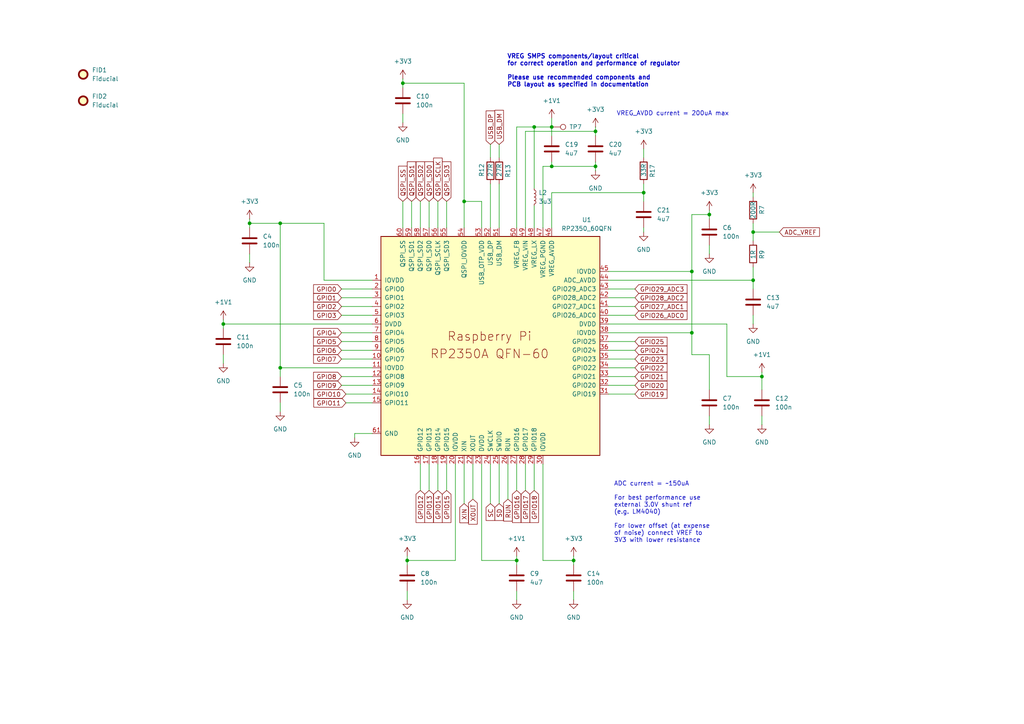
<source format=kicad_sch>
(kicad_sch (version 20231120) (generator "eeschema") (generator_version "8.0")
  (paper "A4")
  (title_block (title "project piCo 2 - RP2350") (date "2024-08-11") (rev "1") (company "Carlos Sabogal"))
  (lib_symbols
    (symbol "Connector:TestPoint" (pin_numbers hide) (pin_names (offset 0.762) hide)
      (property "Reference" "TP" (at 0 6.858 0))
      (property "Value" "TestPoint" (at 0 5.08 0))
      (symbol "TestPoint_0_1"
        (circle (center 0 3.302) (radius 0.762))
      )
      (symbol "TestPoint_1_1"
        (pin passive line (at 0 0 90) (length 2.54) (name "1") (number "1"))
      )
    )
    (symbol "Device:C" (pin_numbers hide) (pin_names (offset 0.254))
      (property "Reference" "C" (at 0.635 2.54 0))
      (property "Value" "C" (at 0.635 -2.54 0))
      (symbol "C_0_1"
        (polyline (pts (xy -2.032 -0.762) (xy 2.032 -0.762)) (stroke (width 0.508)))
        (polyline (pts (xy -2.032 0.762) (xy 2.032 0.762)) (stroke (width 0.508)))
      )
      (symbol "C_1_1"
        (pin passive line (at 0 3.81 270) (length 2.794) (name "~") (number "1"))
        (pin passive line (at 0 -3.81 90) (length 2.794) (name "~") (number "2"))
      )
    )
    (symbol "Device:R" (pin_numbers hide) (pin_names (offset 0))
      (property "Reference" "R" (at 2.032 0 90))
      (property "Value" "R" (at 0 0 90))
      (symbol "R_0_1"
        (rectangle (start -1.016 -2.54) (end 1.016 2.54) (stroke (width 0.254)))
      )
      (symbol "R_1_1"
        (pin passive line (at 0 3.81 270) (length 1.27) (name "~") (number "1"))
        (pin passive line (at 0 -3.81 90) (length 1.27) (name "~") (number "2"))
      )
    )
    (symbol "GND_1" (power) (pin_numbers hide) (pin_names (offset 0) hide)
      (property "Value" "GND" (at 0 -3.81 0))
      (symbol "GND_1_0_1"
        (polyline (pts (xy 0 0) (xy 0 -1.27) (xy 1.27 -1.27) (xy 0 -2.54) (xy -1.27 -1.27) (xy 0 -1.27)))
      )
      (symbol "GND_1_1_1"
        (pin power_in line (at 0 0 270) (length 0) (name "~") (number "1"))
      )
    )
    (symbol "Mechanical:Fiducial" (exclude_from_sim yes) (in_bom no)
      (property "Reference" "FID" (at 0 5.08 0))
      (property "Value" "Fiducial" (at 0 3.175 0))
      (symbol "Fiducial_0_1"
        (circle (center 0 0) (radius 1.27) (stroke (width 0.508)) (fill (type background)))
      )
    )
    (symbol "Pico 2 C:AOTA-B201610S3R3-101-T" (pin_numbers hide) (pin_names (offset 0.254) hide)
      (property "Reference" "L" (at 0.762 1.016 0))
      (property "Value" "AOTA-B201610S3R3-101-T" (at 0.762 -1.016 0))
      (symbol "AOTA-B201610S3R3-101-T_0_1"
        (arc (start 0 -2.032) (mid 0.5058 -1.524) (end 0 -1.016))
        (arc (start 0 -1.016) (mid 0.5058 -0.508) (end 0 0))
        (arc (start 0 0) (mid 0.5058 0.508) (end 0 1.016))
        (arc (start 0 1.016) (mid 0.5058 1.524) (end 0 2.032))
      )
      (symbol "AOTA-B201610S3R3-101-T_1_1"
        (pin passive line (at 0 2.54 270) (length 0.508) (name "~") (number "1"))
        (pin passive line (at 0 -2.54 90) (length 0.508) (name "~") (number "2"))
      )
    )
    (symbol "Pico 2 C:RP2350_60QFN" (pin_names (offset 1.016))
      (property "Reference" "U" (at 23.114 52.07 0))
      (property "Value" "RP2350_60QFN" (at 29.718 50.038 0))
      (symbol "RP2350_60QFN_0_0"
        (text "Raspberry Pi" (at 2.286 19.304 0) (effects (font (size 2.54 2.54))))
      )
      (symbol "RP2350_60QFN_0_1"
        (rectangle (start -29.21 48.26) (end 34.29 -15.24) (stroke (width 0.254)) (fill (type background)))
      )
      (symbol "RP2350_60QFN_1_0"
        (text "RP2350A QFN-60" (at 2.286 14.224 0) (effects (font (size 2.54 2.54))))
      )
      (symbol "RP2350_60QFN_1_1"
        (pin power_in line (at -31.75 35.56 0) (length 2.54) (name "IOVDD") (number "1"))
        (pin bidirectional line (at -31.75 12.7 0) (length 2.54) (name "GPIO7") (number "10"))
        (pin power_in line (at -31.75 10.16 0) (length 2.54) (name "IOVDD") (number "11"))
        (pin bidirectional line (at -31.75 7.62 0) (length 2.54) (name "GPIO8") (number "12"))
        (pin bidirectional line (at -31.75 5.08 0) (length 2.54) (name "GPIO9") (number "13"))
        (pin bidirectional line (at -31.75 2.54 0) (length 2.54) (name "GPIO10") (number "14"))
        (pin bidirectional line (at -31.75 0 0) (length 2.54) (name "GPIO11") (number "15"))
        (pin bidirectional line (at -17.78 -17.78 90) (length 2.54) (name "GPIO12") (number "16"))
        (pin bidirectional line (at -15.24 -17.78 90) (length 2.54) (name "GPIO13") (number "17"))
        (pin bidirectional line (at -12.7 -17.78 90) (length 2.54) (name "GPIO14") (number "18"))
        (pin bidirectional line (at -10.16 -17.78 90) (length 2.54) (name "GPIO15") (number "19"))
        (pin bidirectional line (at -31.75 33.02 0) (length 2.54) (name "GPIO0") (number "2"))
        (pin power_in line (at -7.62 -17.78 90) (length 2.54) (name "IOVDD") (number "20"))
        (pin passive line (at -5.08 -17.78 90) (length 2.54) (name "XIN") (number "21"))
        (pin bidirectional line (at -2.54 -17.78 90) (length 2.54) (name "XOUT") (number "22"))
        (pin power_in line (at 0 -17.78 90) (length 2.54) (name "DVDD") (number "23"))
        (pin passive line (at 2.54 -17.78 90) (length 2.54) (name "SWCLK") (number "24"))
        (pin passive line (at 5.08 -17.78 90) (length 2.54) (name "SWDIO") (number "25"))
        (pin passive line (at 7.62 -17.78 90) (length 2.54) (name "RUN") (number "26"))
        (pin bidirectional line (at 10.16 -17.78 90) (length 2.54) (name "GPIO16") (number "27"))
        (pin bidirectional line (at 12.7 -17.78 90) (length 2.54) (name "GPIO17") (number "28"))
        (pin bidirectional line (at 15.24 -17.78 90) (length 2.54) (name "GPIO18") (number "29"))
        (pin bidirectional line (at -31.75 30.48 0) (length 2.54) (name "GPIO1") (number "3"))
        (pin power_in line (at 17.78 -17.78 90) (length 2.54) (name "IOVDD") (number "30"))
        (pin bidirectional line (at 36.83 2.54 180) (length 2.54) (name "GPIO19") (number "31"))
        (pin bidirectional line (at 36.83 5.08 180) (length 2.54) (name "GPIO20") (number "32"))
        (pin bidirectional line (at 36.83 7.62 180) (length 2.54) (name "GPIO21") (number "33"))
        (pin bidirectional line (at 36.83 10.16 180) (length 2.54) (name "GPIO22") (number "34"))
        (pin bidirectional line (at 36.83 12.7 180) (length 2.54) (name "GPIO23") (number "35"))
        (pin bidirectional line (at 36.83 15.24 180) (length 2.54) (name "GPIO24") (number "36"))
        (pin bidirectional line (at 36.83 17.78 180) (length 2.54) (name "GPIO25") (number "37"))
        (pin power_in line (at 36.83 20.32 180) (length 2.54) (name "IOVDD") (number "38"))
        (pin power_in line (at 36.83 22.86 180) (length 2.54) (name "DVDD") (number "39"))
        (pin bidirectional line (at -31.75 27.94 0) (length 2.54) (name "GPIO2") (number "4"))
        (pin bidirectional line (at 36.83 25.4 180) (length 2.54) (name "GPIO26_ADC0") (number "40"))
        (pin bidirectional line (at 36.83 27.94 180) (length 2.54) (name "GPIO27_ADC1") (number "41"))
        (pin bidirectional line (at 36.83 30.48 180) (length 2.54) (name "GPIO28_ADC2") (number "42"))
        (pin bidirectional line (at 36.83 33.02 180) (length 2.54) (name "GPIO29_ADC3") (number "43"))
        (pin power_in line (at 36.83 35.56 180) (length 2.54) (name "ADC_AVDD") (number "44"))
        (pin power_in line (at 36.83 38.1 180) (length 2.54) (name "IOVDD") (number "45"))
        (pin power_in line (at 20.32 50.8 270) (length 2.54) (name "VREG_AVDD") (number "46"))
        (pin power_in line (at 17.78 50.8 270) (length 2.54) (name "VREG_PGND") (number "47"))
        (pin power_in line (at 15.24 50.8 270) (length 2.54) (name "VREG_LX") (number "48"))
        (pin power_in line (at 12.7 50.8 270) (length 2.54) (name "VREG_VIN") (number "49"))
        (pin bidirectional line (at -31.75 25.4 0) (length 2.54) (name "GPIO3") (number "5"))
        (pin power_in line (at 10.16 50.8 270) (length 2.54) (name "VREG_FB") (number "50"))
        (pin bidirectional line (at 5.08 50.8 270) (length 2.54) (name "USB_DM") (number "51"))
        (pin bidirectional line (at 2.54 50.8 270) (length 2.54) (name "USB_DP") (number "52"))
        (pin power_in line (at 0 50.8 270) (length 2.54) (name "USB_OTP_VDD") (number "53"))
        (pin power_in line (at -5.08 50.8 270) (length 2.54) (name "QSPI_IOVDD") (number "54"))
        (pin passive line (at -10.16 50.8 270) (length 2.54) (name "QSPI_SD3") (number "55"))
        (pin passive line (at -12.7 50.8 270) (length 2.54) (name "QSPI_SCLK") (number "56"))
        (pin passive line (at -15.24 50.8 270) (length 2.54) (name "QSPI_SD0") (number "57"))
        (pin passive line (at -17.78 50.8 270) (length 2.54) (name "QSPI_SD2") (number "58"))
        (pin passive line (at -20.32 50.8 270) (length 2.54) (name "QSPI_SD1") (number "59"))
        (pin power_in line (at -31.75 22.86 0) (length 2.54) (name "DVDD") (number "6"))
        (pin passive line (at -22.86 50.8 270) (length 2.54) (name "QSPI_SS") (number "60"))
        (pin power_in line (at -31.75 -8.89 0) (length 2.54) (name "GND") (number "61"))
        (pin bidirectional line (at -31.75 20.32 0) (length 2.54) (name "GPIO4") (number "7"))
        (pin bidirectional line (at -31.75 17.78 0) (length 2.54) (name "GPIO5") (number "8"))
        (pin bidirectional line (at -31.75 15.24 0) (length 2.54) (name "GPIO6") (number "9"))
      )
    )
    (symbol "power:+1V1" (power) (pin_numbers hide) (pin_names (offset 0) hide)
      (property "Value" "+1V1" (at 0 3.556 0))
      (symbol "+1V1_0_1"
        (polyline (pts (xy -0.762 1.27) (xy 0 2.54)))
        (polyline (pts (xy 0 0) (xy 0 2.54)))
        (polyline (pts (xy 0 2.54) (xy 0.762 1.27)))
      )
      (symbol "+1V1_1_1"
        (pin power_in line (at 0 0 90) (length 0) (name "~") (number "1"))
      )
    )
    (symbol "power:+3V3" (power) (pin_numbers hide) (pin_names (offset 0) hide)
      (property "Value" "+3V3" (at 0 3.556 0))
      (symbol "+3V3_0_1"
        (polyline (pts (xy -0.762 1.27) (xy 0 2.54)))
        (polyline (pts (xy 0 0) (xy 0 2.54)))
        (polyline (pts (xy 0 2.54) (xy 0.762 1.27)))
      )
      (symbol "+3V3_1_1"
        (pin power_in line (at 0 0 90) (length 0) (name "~") (number "1"))
      )
    )
  )
  (junction (at 186.69 55.88))
  (junction (at 218.44 67.31))
  (junction (at 160.02 36.83))
  (junction (at 118.11 162.56))
  (junction (at 72.39 64.77))
  (junction (at 220.98 109.22))
  (junction (at 166.37 162.56))
  (junction (at 149.86 162.56))
  (junction (at 154.94 36.83))
  (junction (at 218.44 81.28))
  (junction (at 172.72 38.1))
  (junction (at 205.74 62.23))
  (junction (at 172.72 48.26))
  (junction (at 134.62 58.42))
  (junction (at 116.84 24.13))
  (junction (at 160.02 48.26))
  (junction (at 200.66 96.52))
  (junction (at 200.66 78.74))
  (junction (at 81.28 106.68))
  (junction (at 64.77 93.98))
  (junction (at 81.28 64.77))
  (wire (pts (xy 184.15 104.14) (xy 176.53 104.14)))
  (wire (pts (xy 81.28 64.77) (xy 81.28 106.68)))
  (wire (pts (xy 81.28 106.68) (xy 81.28 109.22)))
  (wire (pts (xy 121.92 142.24) (xy 121.92 134.62)))
  (wire (pts (xy 172.72 48.26) (xy 172.72 49.53)))
  (wire (pts (xy 176.53 96.52) (xy 200.66 96.52)))
  (wire (pts (xy 139.7 134.62) (xy 139.7 162.56)))
  (wire (pts (xy 160.02 34.29) (xy 160.02 36.83)))
  (wire (pts (xy 139.7 58.42) (xy 134.62 58.42)))
  (wire (pts (xy 99.06 91.44) (xy 107.95 91.44)))
  (wire (pts (xy 99.06 96.52) (xy 107.95 96.52)))
  (wire (pts (xy 127 58.42) (xy 127 66.04)))
  (wire (pts (xy 107.95 81.28) (xy 93.98 81.28)))
  (wire (pts (xy 186.69 43.18) (xy 186.69 45.72)))
  (wire (pts (xy 172.72 38.1) (xy 172.72 39.37)))
  (wire (pts (xy 116.84 24.13) (xy 116.84 25.4)))
  (wire (pts (xy 210.82 93.98) (xy 210.82 109.22)))
  (wire (pts (xy 149.86 161.29) (xy 149.86 162.56)))
  (wire (pts (xy 172.72 46.99) (xy 172.72 48.26)))
  (wire (pts (xy 118.11 161.29) (xy 118.11 162.56)))
  (wire (pts (xy 160.02 36.83) (xy 160.02 39.37)))
  (wire (pts (xy 134.62 58.42) (xy 134.62 24.13)))
  (wire (pts (xy 121.92 66.04) (xy 121.92 58.42)))
  (wire (pts (xy 152.4 142.24) (xy 152.4 134.62)))
  (wire (pts (xy 124.46 66.04) (xy 124.46 58.42)))
  (wire (pts (xy 107.95 125.73) (xy 102.87 125.73)))
  (wire (pts (xy 64.77 102.87) (xy 64.77 105.41)))
  (wire (pts (xy 116.84 22.86) (xy 116.84 24.13)))
  (wire (pts (xy 72.39 63.5) (xy 72.39 64.77)))
  (wire (pts (xy 184.15 111.76) (xy 176.53 111.76)))
  (wire (pts (xy 220.98 107.95) (xy 220.98 109.22)))
  (wire (pts (xy 139.7 66.04) (xy 139.7 58.42)))
  (wire (pts (xy 166.37 171.45) (xy 166.37 173.99)))
  (wire (pts (xy 157.48 134.62) (xy 157.48 162.56)))
  (wire (pts (xy 205.74 60.96) (xy 205.74 62.23)))
  (wire (pts (xy 64.77 93.98) (xy 64.77 95.25)))
  (wire (pts (xy 218.44 55.88) (xy 218.44 57.15)))
  (wire (pts (xy 172.72 36.83) (xy 172.72 38.1)))
  (wire (pts (xy 205.74 62.23) (xy 205.74 63.5)))
  (wire (pts (xy 99.06 109.22) (xy 107.95 109.22)))
  (wire (pts (xy 160.02 55.88) (xy 186.69 55.88)))
  (wire (pts (xy 184.15 99.06) (xy 176.53 99.06)))
  (wire (pts (xy 64.77 92.71) (xy 64.77 93.98)))
  (wire (pts (xy 200.66 78.74) (xy 200.66 62.23)))
  (wire (pts (xy 144.78 53.34) (xy 144.78 66.04)))
  (wire (pts (xy 149.86 36.83) (xy 149.86 66.04)))
  (wire (pts (xy 205.74 113.03) (xy 205.74 102.87)))
  (wire (pts (xy 218.44 81.28) (xy 218.44 83.82)))
  (wire (pts (xy 157.48 162.56) (xy 166.37 162.56)))
  (wire (pts (xy 152.4 38.1) (xy 172.72 38.1)))
  (wire (pts (xy 152.4 38.1) (xy 152.4 66.04)))
  (wire (pts (xy 99.06 83.82) (xy 107.95 83.82)))
  (wire (pts (xy 144.78 134.62) (xy 144.78 146.05)))
  (wire (pts (xy 186.69 55.88) (xy 186.69 53.34)))
  (wire (pts (xy 81.28 106.68) (xy 107.95 106.68)))
  (wire (pts (xy 200.66 96.52) (xy 200.66 78.74)))
  (wire (pts (xy 116.84 33.02) (xy 116.84 35.56)))
  (wire (pts (xy 160.02 48.26) (xy 160.02 46.99)))
  (wire (pts (xy 218.44 64.77) (xy 218.44 67.31)))
  (wire (pts (xy 132.08 162.56) (xy 118.11 162.56)))
  (wire (pts (xy 149.86 162.56) (xy 149.86 163.83)))
  (wire (pts (xy 134.62 134.62) (xy 134.62 146.05)))
  (wire (pts (xy 218.44 67.31) (xy 226.06 67.31)))
  (wire (pts (xy 127 142.24) (xy 127 134.62)))
  (wire (pts (xy 184.15 88.9) (xy 176.53 88.9)))
  (wire (pts (xy 137.16 134.62) (xy 137.16 144.78)))
  (wire (pts (xy 81.28 116.84) (xy 81.28 119.38)))
  (wire (pts (xy 166.37 162.56) (xy 166.37 163.83)))
  (wire (pts (xy 72.39 64.77) (xy 81.28 64.77)))
  (wire (pts (xy 72.39 64.77) (xy 72.39 66.04)))
  (wire (pts (xy 172.72 48.26) (xy 160.02 48.26)))
  (wire (pts (xy 205.74 102.87) (xy 200.66 102.87)))
  (wire (pts (xy 99.06 101.6) (xy 107.95 101.6)))
  (wire (pts (xy 129.54 58.42) (xy 129.54 66.04)))
  (wire (pts (xy 184.15 101.6) (xy 176.53 101.6)))
  (wire (pts (xy 205.74 120.65) (xy 205.74 123.19)))
  (wire (pts (xy 93.98 81.28) (xy 93.98 64.77)))
  (wire (pts (xy 72.39 73.66) (xy 72.39 76.2)))
  (wire (pts (xy 139.7 162.56) (xy 149.86 162.56)))
  (wire (pts (xy 99.06 86.36) (xy 107.95 86.36)))
  (wire (pts (xy 132.08 134.62) (xy 132.08 162.56)))
  (wire (pts (xy 147.32 134.62) (xy 147.32 144.78)))
  (wire (pts (xy 218.44 91.44) (xy 218.44 93.98)))
  (wire (pts (xy 157.48 48.26) (xy 160.02 48.26)))
  (wire (pts (xy 142.24 134.62) (xy 142.24 146.05)))
  (wire (pts (xy 220.98 120.65) (xy 220.98 123.19)))
  (wire (pts (xy 64.77 93.98) (xy 107.95 93.98)))
  (wire (pts (xy 99.06 99.06) (xy 107.95 99.06)))
  (wire (pts (xy 154.94 36.83) (xy 154.94 54.61)))
  (wire (pts (xy 176.53 78.74) (xy 200.66 78.74)))
  (wire (pts (xy 118.11 162.56) (xy 118.11 163.83)))
  (wire (pts (xy 134.62 24.13) (xy 116.84 24.13)))
  (wire (pts (xy 210.82 109.22) (xy 220.98 109.22)))
  (wire (pts (xy 149.86 142.24) (xy 149.86 134.62)))
  (wire (pts (xy 142.24 53.34) (xy 142.24 66.04)))
  (wire (pts (xy 166.37 161.29) (xy 166.37 162.56)))
  (wire (pts (xy 200.66 102.87) (xy 200.66 96.52)))
  (wire (pts (xy 220.98 109.22) (xy 220.98 113.03)))
  (wire (pts (xy 186.69 67.31) (xy 186.69 66.04)))
  (wire (pts (xy 134.62 66.04) (xy 134.62 58.42)))
  (wire (pts (xy 184.15 114.3) (xy 176.53 114.3)))
  (wire (pts (xy 160.02 36.83) (xy 154.94 36.83)))
  (wire (pts (xy 119.38 66.04) (xy 119.38 58.42)))
  (wire (pts (xy 184.15 83.82) (xy 176.53 83.82)))
  (wire (pts (xy 154.94 36.83) (xy 149.86 36.83)))
  (wire (pts (xy 210.82 93.98) (xy 176.53 93.98)))
  (wire (pts (xy 184.15 86.36) (xy 176.53 86.36)))
  (wire (pts (xy 184.15 109.22) (xy 176.53 109.22)))
  (wire (pts (xy 205.74 71.12) (xy 205.74 73.66)))
  (wire (pts (xy 144.78 41.91) (xy 144.78 45.72)))
  (wire (pts (xy 116.84 66.04) (xy 116.84 58.42)))
  (wire (pts (xy 154.94 59.69) (xy 154.94 66.04)))
  (wire (pts (xy 218.44 67.31) (xy 218.44 69.85)))
  (wire (pts (xy 142.24 41.91) (xy 142.24 45.72)))
  (wire (pts (xy 102.87 125.73) (xy 102.87 127)))
  (wire (pts (xy 99.06 111.76) (xy 107.95 111.76)))
  (wire (pts (xy 100.33 116.84) (xy 107.95 116.84)))
  (wire (pts (xy 160.02 66.04) (xy 160.02 55.88)))
  (wire (pts (xy 154.94 142.24) (xy 154.94 134.62)))
  (wire (pts (xy 157.48 48.26) (xy 157.48 66.04)))
  (wire (pts (xy 186.69 55.88) (xy 186.69 58.42)))
  (wire (pts (xy 184.15 91.44) (xy 176.53 91.44)))
  (wire (pts (xy 218.44 81.28) (xy 218.44 77.47)))
  (wire (pts (xy 100.33 114.3) (xy 107.95 114.3)))
  (wire (pts (xy 124.46 142.24) (xy 124.46 134.62)))
  (wire (pts (xy 118.11 171.45) (xy 118.11 173.99)))
  (wire (pts (xy 99.06 104.14) (xy 107.95 104.14)))
  (wire (pts (xy 149.86 171.45) (xy 149.86 173.99)))
  (wire (pts (xy 93.98 64.77) (xy 81.28 64.77)))
  (wire (pts (xy 184.15 106.68) (xy 176.53 106.68)))
  (wire (pts (xy 200.66 62.23) (xy 205.74 62.23)))
  (wire (pts (xy 99.06 88.9) (xy 107.95 88.9)))
  (wire (pts (xy 176.53 81.28) (xy 218.44 81.28)))
  (wire (pts (xy 129.54 142.24) (xy 129.54 134.62)))
  (text "VREG SMPS components/layout critical\nfor correct operation and performance of regulator\n\nPlease use recommended components and\nPCB layout as specified in documentation" (at 147.066 20.574 0) (effects (font (size 1.27 1.27) (thickness 0.254) (bold yes)) (justify left)))
  (text "ADC current = ~150uA\n\nFor best performance use\nexternal 3.0V shunt ref\n(e.g. LM4040)\n\nFor lower offset (at expense\nof noise) connect VREF to\n3V3 with lower resistance\n" (at 178.054 148.59 0) (effects (font (size 1.27 1.27)) (justify left)))
  (text "VREG_AVDD current = 200uA max" (at 178.816 33.02 0) (effects (font (size 1.27 1.27)) (justify left)))
  (global_label "GPIO16" (shape input) (at 149.86 142.24 270) (property "Intersheetrefs" "${INTERSHEET_REFS}" (effects (hide yes))))
  (global_label "QSPI_SD0" (shape input) (at 124.46 58.42 90) (property "Intersheetrefs" "${INTERSHEET_REFS}" (effects (hide yes))))
  (global_label "GPIO13" (shape input) (at 124.46 142.24 270) (property "Intersheetrefs" "${INTERSHEET_REFS}" (effects (hide yes))))
  (global_label "QSPI_SD1" (shape input) (at 119.38 58.42 90) (property "Intersheetrefs" "${INTERSHEET_REFS}" (effects (hide yes))))
  (global_label "GPIO8" (shape input) (at 99.06 109.22 180) (property "Intersheetrefs" "${INTERSHEET_REFS}" (effects (hide yes))))
  (global_label "SD" (shape input) (at 144.78 146.05 270) (property "Intersheetrefs" "${INTERSHEET_REFS}" (effects (hide yes))))
  (global_label "GPIO1" (shape input) (at 99.06 86.36 180) (property "Intersheetrefs" "${INTERSHEET_REFS}" (effects (hide yes))))
  (global_label "GPIO9" (shape input) (at 99.06 111.76 180) (property "Intersheetrefs" "${INTERSHEET_REFS}" (effects (hide yes))))
  (global_label "USB_DM" (shape input) (at 144.78 41.91 90) (property "Intersheetrefs" "${INTERSHEET_REFS}" (effects (hide yes))))
  (global_label "GPIO29_ADC3" (shape input) (at 184.15 83.82 0) (property "Intersheetrefs" "${INTERSHEET_REFS}" (effects (hide yes))))
  (global_label "RUN" (shape input) (at 147.32 144.78 270) (property "Intersheetrefs" "${INTERSHEET_REFS}" (effects (hide yes))))
  (global_label "USB_DP" (shape input) (at 142.24 41.91 90) (property "Intersheetrefs" "${INTERSHEET_REFS}" (effects (hide yes))))
  (global_label "GPIO19" (shape input) (at 184.15 114.3 0) (property "Intersheetrefs" "${INTERSHEET_REFS}" (effects (hide yes))))
  (global_label "GPIO18" (shape input) (at 154.94 142.24 270) (property "Intersheetrefs" "${INTERSHEET_REFS}" (effects (hide yes))))
  (global_label "QSPI_SD2" (shape input) (at 121.92 58.42 90) (property "Intersheetrefs" "${INTERSHEET_REFS}" (effects (hide yes))))
  (global_label "GPIO22" (shape input) (at 184.15 106.68 0) (property "Intersheetrefs" "${INTERSHEET_REFS}" (effects (hide yes))))
  (global_label "ADC_VREF" (shape input) (at 226.06 67.31 0) (property "Intersheetrefs" "${INTERSHEET_REFS}" (effects (hide yes))))
  (global_label "QSPI_SD3" (shape input) (at 129.54 58.42 90) (property "Intersheetrefs" "${INTERSHEET_REFS}" (effects (hide yes))))
  (global_label "GPIO24" (shape input) (at 184.15 101.6 0) (property "Intersheetrefs" "${INTERSHEET_REFS}" (effects (hide yes))))
  (global_label "GPIO0" (shape input) (at 99.06 83.82 180) (property "Intersheetrefs" "${INTERSHEET_REFS}" (effects (hide yes))))
  (global_label "GPIO23" (shape input) (at 184.15 104.14 0) (property "Intersheetrefs" "${INTERSHEET_REFS}" (effects (hide yes))))
  (global_label "GPIO2" (shape input) (at 99.06 88.9 180) (property "Intersheetrefs" "${INTERSHEET_REFS}" (effects (hide yes))))
  (global_label "GPIO21" (shape input) (at 184.15 109.22 0) (property "Intersheetrefs" "${INTERSHEET_REFS}" (effects (hide yes))))
  (global_label "GPIO3" (shape input) (at 99.06 91.44 180) (property "Intersheetrefs" "${INTERSHEET_REFS}" (effects (hide yes))))
  (global_label "XIN" (shape input) (at 134.62 146.05 270) (property "Intersheetrefs" "${INTERSHEET_REFS}" (effects (hide yes))))
  (global_label "GPIO5" (shape input) (at 99.06 99.06 180) (property "Intersheetrefs" "${INTERSHEET_REFS}" (effects (hide yes))))
  (global_label "GPIO17" (shape input) (at 152.4 142.24 270) (property "Intersheetrefs" "${INTERSHEET_REFS}" (effects (hide yes))))
  (global_label "GPIO15" (shape input) (at 129.54 142.24 270) (property "Intersheetrefs" "${INTERSHEET_REFS}" (effects (hide yes))))
  (global_label "GPIO20" (shape input) (at 184.15 111.76 0) (property "Intersheetrefs" "${INTERSHEET_REFS}" (effects (hide yes))))
  (global_label "QSPI_SCLK" (shape input) (at 127 58.42 90) (property "Intersheetrefs" "${INTERSHEET_REFS}" (effects (hide yes))))
  (global_label "GPIO7" (shape input) (at 99.06 104.14 180) (property "Intersheetrefs" "${INTERSHEET_REFS}" (effects (hide yes))))
  (global_label "GPIO14" (shape input) (at 127 142.24 270) (property "Intersheetrefs" "${INTERSHEET_REFS}" (effects (hide yes))))
  (global_label "QSPI_SS" (shape input) (at 116.84 58.42 90) (property "Intersheetrefs" "${INTERSHEET_REFS}" (effects (hide yes))))
  (global_label "GPIO27_ADC1" (shape input) (at 184.15 88.9 0) (property "Intersheetrefs" "${INTERSHEET_REFS}" (effects (hide yes))))
  (global_label "GPIO10" (shape input) (at 100.33 114.3 180) (property "Intersheetrefs" "${INTERSHEET_REFS}" (effects (hide yes))))
  (global_label "GPIO28_ADC2" (shape input) (at 184.15 86.36 0) (property "Intersheetrefs" "${INTERSHEET_REFS}" (effects (hide yes))))
  (global_label "XOUT" (shape input) (at 137.16 144.78 270) (property "Intersheetrefs" "${INTERSHEET_REFS}" (effects (hide yes))))
  (global_label "GPIO25" (shape input) (at 184.15 99.06 0) (property "Intersheetrefs" "${INTERSHEET_REFS}" (effects (hide yes))))
  (global_label "GPIO26_ADC0" (shape input) (at 184.15 91.44 0) (property "Intersheetrefs" "${INTERSHEET_REFS}" (effects (hide yes))))
  (global_label "GPIO12" (shape input) (at 121.92 142.24 270) (property "Intersheetrefs" "${INTERSHEET_REFS}" (effects (hide yes))))
  (global_label "GPIO4" (shape input) (at 99.06 96.52 180) (property "Intersheetrefs" "${INTERSHEET_REFS}" (effects (hide yes))))
  (global_label "GPIO11" (shape input) (at 100.33 116.84 180) (property "Intersheetrefs" "${INTERSHEET_REFS}" (effects (hide yes))))
  (global_label "SC" (shape input) (at 142.24 146.05 270) (property "Intersheetrefs" "${INTERSHEET_REFS}" (effects (hide yes))))
  (global_label "GPIO6" (shape input) (at 99.06 101.6 180) (property "Intersheetrefs" "${INTERSHEET_REFS}" (effects (hide yes))))
  (symbol (lib_id "power:+1V1") (at 160.02 34.29 0) (unit 1)
    (property "Reference" "#PWR035" (effects (hide yes)))
    (property "Value" "+1V1" (at 160.02 29.21 0))
    (property "Description" "Power symbol creates a global label with name \"+1V1\"" (effects (hide yes)))
  )
  (symbol (lib_id "Device:R") (at 218.44 60.96 0) (unit 1)
    (property "Reference" "R7" (at 220.98 62.23 90) (effects (justify left)))
    (property "Value" "200R" (at 218.44 63.5 90) (effects (justify left)))
    (property "Footprint" "Resistor_SMD:R_0402_1005Metric" (effects (hide yes)))
    (property "Description" "Resistor" (effects (hide yes)))
  )
  (symbol (lib_id "Device:R") (at 186.69 49.53 0) (unit 1)
    (property "Reference" "R17" (at 189.23 51.562 90) (effects (justify left)))
    (property "Value" "33R" (at 186.69 51.308 90) (effects (justify left)))
    (property "Footprint" "Resistor_SMD:R_0402_1005Metric" (effects (hide yes)))
    (property "Description" "Resistor" (effects (hide yes)))
  )
  (symbol (lib_name "GND_1") (lib_id "power:GND") (at 81.28 119.38 0) (mirror y) (unit 1)
    (property "Reference" "#PWR054" (effects (hide yes)))
    (property "Value" "GND" (at 81.28 124.46 0))
    (property "Description" "Power symbol creates a global label with name \"GND\" , ground" (effects (hide yes)))
  )
  (symbol (lib_id "power:+3V3") (at 218.44 55.88 0) (unit 1)
    (property "Reference" "#PWR042" (effects (hide yes)))
    (property "Value" "+3V3" (at 218.44 50.8 0))
    (property "Description" "Power symbol creates a global label with name \"+3V3\"" (effects (hide yes)))
  )
  (symbol (lib_name "GND_1") (lib_id "power:GND") (at 72.39 76.2 0) (mirror y) (unit 1)
    (property "Reference" "#PWR056" (effects (hide yes)))
    (property "Value" "GND" (at 72.39 81.28 0))
    (property "Description" "Power symbol creates a global label with name \"GND\" , ground" (effects (hide yes)))
  )
  (symbol (lib_id "power:+3V3") (at 166.37 161.29 0) (unit 1)
    (property "Reference" "#PWR049" (effects (hide yes)))
    (property "Value" "+3V3" (at 166.37 156.21 0))
    (property "Description" "Power symbol creates a global label with name \"+3V3\"" (effects (hide yes)))
  )
  (symbol (lib_id "Mechanical:Fiducial") (at 24.13 21.59 0) (unit 1) (exclude_from_sim yes) (in_bom no)
    (property "Reference" "FID1" (at 26.67 20.3199 0) (effects (justify left)))
    (property "Value" "Fiducial" (at 26.67 22.8599 0) (effects (justify left)))
    (property "Footprint" "Fiducial:Fiducial_1mm_Mask2mm" (effects (hide yes)))
    (property "Description" "Fiducial Marker" (effects (hide yes)))
  )
  (symbol (lib_id "power:+3V3") (at 118.11 161.29 0) (unit 1)
    (property "Reference" "#PWR047" (effects (hide yes)))
    (property "Value" "+3V3" (at 118.11 156.21 0))
    (property "Description" "Power symbol creates a global label with name \"+3V3\"" (effects (hide yes)))
  )
  (symbol (lib_name "GND_1") (lib_id "power:GND") (at 205.74 73.66 0) (mirror y) (unit 1)
    (property "Reference" "#PWR041" (effects (hide yes)))
    (property "Value" "GND" (at 205.74 78.74 0))
    (property "Description" "Power symbol creates a global label with name \"GND\" , ground" (effects (hide yes)))
  )
  (symbol (lib_id "Device:C") (at 186.69 62.23 0) (unit 1)
    (property "Reference" "C21" (at 190.5 60.9599 0) (effects (justify left)))
    (property "Value" "4u7" (at 190.5 63.4999 0) (effects (justify left)))
    (property "Footprint" "Capacitor_SMD:C_0402_1005Metric" (effects (hide yes)))
    (property "Description" "Unpolarized capacitor" (effects (hide yes)))
  )
  (symbol (lib_name "GND_1") (lib_id "power:GND") (at 205.74 123.19 0) (mirror y) (unit 1)
    (property "Reference" "#PWR044" (effects (hide yes)))
    (property "Value" "GND" (at 205.74 128.27 0))
    (property "Description" "Power symbol creates a global label with name \"GND\" , ground" (effects (hide yes)))
  )
  (symbol (lib_id "Connector:TestPoint") (at 160.02 36.83 270) (unit 1)
    (property "Reference" "TP7" (at 165.1 36.83 90) (effects (justify left)))
    (property "Value" "TestPoint" (effects (hide yes)))
    (property "Footprint" "TestPoint:TestPoint_Pad_1.5x1.5mm" (effects (hide yes)))
  )
  (symbol (lib_id "Device:R") (at 218.44 73.66 0) (unit 1)
    (property "Reference" "R9" (at 220.98 75.184 90) (effects (justify left)))
    (property "Value" "1R" (at 218.44 75.184 90) (effects (justify left)))
    (property "Footprint" "Resistor_SMD:R_0201_0603Metric" (effects (hide yes)))
    (property "Description" "Resistor" (effects (hide yes)))
  )
  (symbol (lib_id "power:+3V3") (at 205.74 60.96 0) (unit 1)
    (property "Reference" "#PWR040" (effects (hide yes)))
    (property "Value" "+3V3" (at 205.74 55.88 0))
    (property "Description" "Power symbol creates a global label with name \"+3V3\"" (effects (hide yes)))
  )
  (symbol (lib_id "Device:C") (at 149.86 167.64 0) (unit 1)
    (property "Reference" "C9" (at 153.67 166.3699 0) (effects (justify left)))
    (property "Value" "4u7" (at 153.67 168.9099 0) (effects (justify left)))
    (property "Footprint" "Capacitor_SMD:C_0201_0603Metric" (effects (hide yes)))
    (property "Description" "Unpolarized capacitor" (effects (hide yes)))
  )
  (symbol (lib_id "Device:C") (at 205.74 116.84 0) (unit 1)
    (property "Reference" "C7" (at 209.55 115.5699 0) (effects (justify left)))
    (property "Value" "100n" (at 209.55 118.1099 0) (effects (justify left)))
    (property "Footprint" "Capacitor_SMD:C_0201_0603Metric" (effects (hide yes)))
    (property "Description" "Unpolarized capacitor" (effects (hide yes)))
  )
  (symbol (lib_name "GND_1") (lib_id "power:GND") (at 102.87 127 0) (mirror y) (unit 1)
    (property "Reference" "#PWR032" (effects (hide yes)))
    (property "Value" "GND" (at 102.87 132.08 0))
    (property "Description" "Power symbol creates a global label with name \"GND\" , ground" (effects (hide yes)))
  )
  (symbol (lib_id "power:+1V1") (at 64.77 92.71 0) (unit 1)
    (property "Reference" "#PWR053" (effects (hide yes)))
    (property "Value" "+1V1" (at 64.77 87.63 0))
    (property "Description" "Power symbol creates a global label with name \"+1V1\"" (effects (hide yes)))
  )
  (symbol (lib_id "Pico 2 C:AOTA-B201610S3R3-101-T") (at 154.94 57.15 0) (unit 1)
    (property "Reference" "L2" (at 156.21 55.8799 0) (effects (justify left)))
    (property "Value" "3u3" (at 156.21 58.4199 0) (effects (justify left)))
    (property "Footprint" "Pico 2 C:AOTA-B201610S3R3-101-T" (effects (hide yes)))
    (property "Datasheet" "https://www.lcsc.com/datasheet/lcsc_datasheet_2412101620_Abracon-LLC-AOTA-B201610S3R3-101-T_C42411119.pdf" (effects (hide yes)))
    (property "Description" "Inductor, small symbol" (effects (hide yes)))
  )
  (symbol (lib_id "Pico 2 C:RP2350_60QFN") (at 139.7 116.84 0) (unit 1)
    (property "Reference" "U1" (at 170.18 63.754 0))
    (property "Value" "RP2350_60QFN" (at 170.18 66.294 0))
    (property "Footprint" "Pico 2 C:RP2350-QFN-60-1EP_7x7_P0.4mm_EP3.4x3.4mm_ThermalVias" (effects (hide yes)))
  )
  (symbol (lib_name "GND_1") (lib_id "power:GND") (at 172.72 49.53 0) (mirror y) (unit 1)
    (property "Reference" "#PWR037" (effects (hide yes)))
    (property "Value" "GND" (at 172.72 54.61 0))
    (property "Description" "Power symbol creates a global label with name \"GND\" , ground" (effects (hide yes)))
  )
  (symbol (lib_name "GND_1") (lib_id "power:GND") (at 64.77 105.41 0) (mirror y) (unit 1)
    (property "Reference" "#PWR057" (effects (hide yes)))
    (property "Value" "GND" (at 64.77 110.49 0))
    (property "Description" "Power symbol creates a global label with name \"GND\" , ground" (effects (hide yes)))
  )
  (symbol (lib_name "GND_1") (lib_id "power:GND") (at 118.11 173.99 0) (mirror y) (unit 1)
    (property "Reference" "#PWR048" (effects (hide yes)))
    (property "Value" "GND" (at 118.11 179.07 0))
    (property "Description" "Power symbol creates a global label with name \"GND\" , ground" (effects (hide yes)))
  )
  (symbol (lib_id "Device:C") (at 220.98 116.84 0) (unit 1)
    (property "Reference" "C12" (at 224.79 115.5699 0) (effects (justify left)))
    (property "Value" "100n" (at 224.79 118.1099 0) (effects (justify left)))
    (property "Footprint" "Capacitor_SMD:C_0201_0603Metric" (effects (hide yes)))
    (property "Description" "Unpolarized capacitor" (effects (hide yes)))
  )
  (symbol (lib_id "power:+3V3") (at 172.72 36.83 0) (unit 1)
    (property "Reference" "#PWR036" (effects (hide yes)))
    (property "Value" "+3V3" (at 172.72 31.75 0))
    (property "Description" "Power symbol creates a global label with name \"+3V3\"" (effects (hide yes)))
  )
  (symbol (lib_id "power:+3V3") (at 116.84 22.86 0) (unit 1)
    (property "Reference" "#PWR034" (effects (hide yes)))
    (property "Value" "+3V3" (at 116.84 17.78 0))
    (property "Description" "Power symbol creates a global label with name \"+3V3\"" (effects (hide yes)))
  )
  (symbol (lib_id "Mechanical:Fiducial") (at 24.13 29.21 0) (unit 1) (exclude_from_sim yes) (in_bom no)
    (property "Reference" "FID2" (at 26.67 27.9399 0) (effects (justify left)))
    (property "Value" "Fiducial" (at 26.67 30.4799 0) (effects (justify left)))
    (property "Footprint" "Fiducial:Fiducial_1mm_Mask2mm" (effects (hide yes)))
    (property "Description" "Fiducial Marker" (effects (hide yes)))
  )
  (symbol (lib_id "power:+3V3") (at 186.69 43.18 0) (unit 1)
    (property "Reference" "#PWR038" (effects (hide yes)))
    (property "Value" "+3V3" (at 186.69 38.1 0))
    (property "Description" "Power symbol creates a global label with name \"+3V3\"" (effects (hide yes)))
  )
  (symbol (lib_id "Device:C") (at 172.72 43.18 0) (unit 1)
    (property "Reference" "C20" (at 176.53 41.9099 0) (effects (justify left)))
    (property "Value" "4u7" (at 176.53 44.4499 0) (effects (justify left)))
    (property "Footprint" "Capacitor_SMD:C_0402_1005Metric" (effects (hide yes)))
    (property "Description" "Unpolarized capacitor" (effects (hide yes)))
  )
  (symbol (lib_id "Device:R") (at 142.24 49.53 0) (unit 1)
    (property "Reference" "R12" (at 139.7 51.308 90) (effects (justify left)))
    (property "Value" "27R" (at 142.24 51.308 90) (effects (justify left)))
    (property "Footprint" "Resistor_SMD:R_0201_0603Metric" (effects (hide yes)))
    (property "Description" "Resistor" (effects (hide yes)))
  )
  (symbol (lib_name "GND_1") (lib_id "power:GND") (at 220.98 123.19 0) (mirror y) (unit 1)
    (property "Reference" "#PWR045" (effects (hide yes)))
    (property "Value" "GND" (at 220.98 128.27 0))
    (property "Description" "Power symbol creates a global label with name \"GND\" , ground" (effects (hide yes)))
  )
  (symbol (lib_id "power:+1V1") (at 149.86 161.29 0) (unit 1)
    (property "Reference" "#PWR052" (effects (hide yes)))
    (property "Value" "+1V1" (at 149.86 156.21 0))
    (property "Description" "Power symbol creates a global label with name \"+1V1\"" (effects (hide yes)))
  )
  (symbol (lib_name "GND_1") (lib_id "power:GND") (at 166.37 173.99 0) (mirror y) (unit 1)
    (property "Reference" "#PWR050" (effects (hide yes)))
    (property "Value" "GND" (at 166.37 179.07 0))
    (property "Description" "Power symbol creates a global label with name \"GND\" , ground" (effects (hide yes)))
  )
  (symbol (lib_id "Device:C") (at 64.77 99.06 0) (unit 1)
    (property "Reference" "C11" (at 68.58 97.7899 0) (effects (justify left)))
    (property "Value" "100n" (at 68.58 100.3299 0) (effects (justify left)))
    (property "Footprint" "Capacitor_SMD:C_0201_0603Metric" (effects (hide yes)))
    (property "Description" "Unpolarized capacitor" (effects (hide yes)))
  )
  (symbol (lib_id "Device:C") (at 166.37 167.64 0) (unit 1)
    (property "Reference" "C14" (at 170.18 166.3699 0) (effects (justify left)))
    (property "Value" "100n" (at 170.18 168.9099 0) (effects (justify left)))
    (property "Footprint" "Capacitor_SMD:C_0201_0603Metric" (effects (hide yes)))
    (property "Description" "Unpolarized capacitor" (effects (hide yes)))
  )
  (symbol (lib_id "power:+3V3") (at 72.39 63.5 0) (unit 1)
    (property "Reference" "#PWR055" (effects (hide yes)))
    (property "Value" "+3V3" (at 72.39 58.42 0))
    (property "Description" "Power symbol creates a global label with name \"+3V3\"" (effects (hide yes)))
  )
  (symbol (lib_id "Device:C") (at 205.74 67.31 0) (unit 1)
    (property "Reference" "C6" (at 209.55 66.0399 0) (effects (justify left)))
    (property "Value" "100n" (at 209.55 68.5799 0) (effects (justify left)))
    (property "Footprint" "Capacitor_SMD:C_0201_0603Metric" (effects (hide yes)))
    (property "Description" "Unpolarized capacitor" (effects (hide yes)))
  )
  (symbol (lib_id "Device:C") (at 81.28 113.03 0) (unit 1)
    (property "Reference" "C5" (at 85.09 111.7599 0) (effects (justify left)))
    (property "Value" "100n" (at 85.09 114.2999 0) (effects (justify left)))
    (property "Footprint" "Capacitor_SMD:C_0201_0603Metric" (effects (hide yes)))
    (property "Description" "Unpolarized capacitor" (effects (hide yes)))
  )
  (symbol (lib_id "Device:R") (at 144.78 49.53 0) (unit 1)
    (property "Reference" "R13" (at 147.32 51.562 90) (effects (justify left)))
    (property "Value" "27R" (at 144.78 51.308 90) (effects (justify left)))
    (property "Footprint" "Resistor_SMD:R_0201_0603Metric" (effects (hide yes)))
    (property "Description" "Resistor" (effects (hide yes)))
  )
  (symbol (lib_name "GND_1") (lib_id "power:GND") (at 218.44 93.98 0) (mirror y) (unit 1)
    (property "Reference" "#PWR043" (effects (hide yes)))
    (property "Value" "GND" (at 218.44 99.06 0))
    (property "Description" "Power symbol creates a global label with name \"GND\" , ground" (effects (hide yes)))
  )
  (symbol (lib_name "GND_1") (lib_id "power:GND") (at 149.86 173.99 0) (mirror y) (unit 1)
    (property "Reference" "#PWR051" (effects (hide yes)))
    (property "Value" "GND" (at 149.86 179.07 0))
    (property "Description" "Power symbol creates a global label with name \"GND\" , ground" (effects (hide yes)))
  )
  (symbol (lib_id "Device:C") (at 160.02 43.18 0) (unit 1)
    (property "Reference" "C19" (at 163.83 41.9099 0) (effects (justify left)))
    (property "Value" "4u7" (at 163.83 44.4499 0) (effects (justify left)))
    (property "Footprint" "Capacitor_SMD:C_0402_1005Metric" (effects (hide yes)))
    (property "Description" "Unpolarized capacitor" (effects (hide yes)))
  )
  (symbol (lib_id "power:+1V1") (at 220.98 107.95 0) (unit 1)
    (property "Reference" "#PWR046" (effects (hide yes)))
    (property "Value" "+1V1" (at 220.98 102.87 0))
    (property "Description" "Power symbol creates a global label with name \"+1V1\"" (effects (hide yes)))
  )
  (symbol (lib_id "Device:C") (at 72.39 69.85 0) (unit 1)
    (property "Reference" "C4" (at 76.2 68.5799 0) (effects (justify left)))
    (property "Value" "100n" (at 76.2 71.1199 0) (effects (justify left)))
    (property "Footprint" "Capacitor_SMD:C_0201_0603Metric" (effects (hide yes)))
    (property "Description" "Unpolarized capacitor" (effects (hide yes)))
  )
  (symbol (lib_id "Device:C") (at 118.11 167.64 0) (unit 1)
    (property "Reference" "C8" (at 121.92 166.3699 0) (effects (justify left)))
    (property "Value" "100n" (at 121.92 168.9099 0) (effects (justify left)))
    (property "Footprint" "Capacitor_SMD:C_0201_0603Metric" (effects (hide yes)))
    (property "Description" "Unpolarized capacitor" (effects (hide yes)))
  )
  (symbol (lib_name "GND_1") (lib_id "power:GND") (at 186.69 67.31 0) (mirror y) (unit 1)
    (property "Reference" "#PWR039" (effects (hide yes)))
    (property "Value" "GND" (at 186.69 72.39 0))
    (property "Description" "Power symbol creates a global label with name \"GND\" , ground" (effects (hide yes)))
  )
  (symbol (lib_name "GND_1") (lib_id "power:GND") (at 116.84 35.56 0) (mirror y) (unit 1)
    (property "Reference" "#PWR033" (effects (hide yes)))
    (property "Value" "GND" (at 116.84 40.64 0))
    (property "Description" "Power symbol creates a global label with name \"GND\" , ground" (effects (hide yes)))
  )
  (symbol (lib_id "Device:C") (at 116.84 29.21 0) (unit 1)
    (property "Reference" "C10" (at 120.65 27.9399 0) (effects (justify left)))
    (property "Value" "100n" (at 120.65 30.4799 0) (effects (justify left)))
    (property "Footprint" "Capacitor_SMD:C_0201_0603Metric" (effects (hide yes)))
    (property "Description" "Unpolarized capacitor" (effects (hide yes)))
  )
  (symbol (lib_id "Device:C") (at 218.44 87.63 0) (unit 1)
    (property "Reference" "C13" (at 222.25 86.3599 0) (effects (justify left)))
    (property "Value" "4u7" (at 222.25 88.8999 0) (effects (justify left)))
    (property "Footprint" "Capacitor_SMD:C_0402_1005Metric" (effects (hide yes)))
    (property "Description" "Unpolarized capacitor" (effects (hide yes)))
  )
)
</source>
